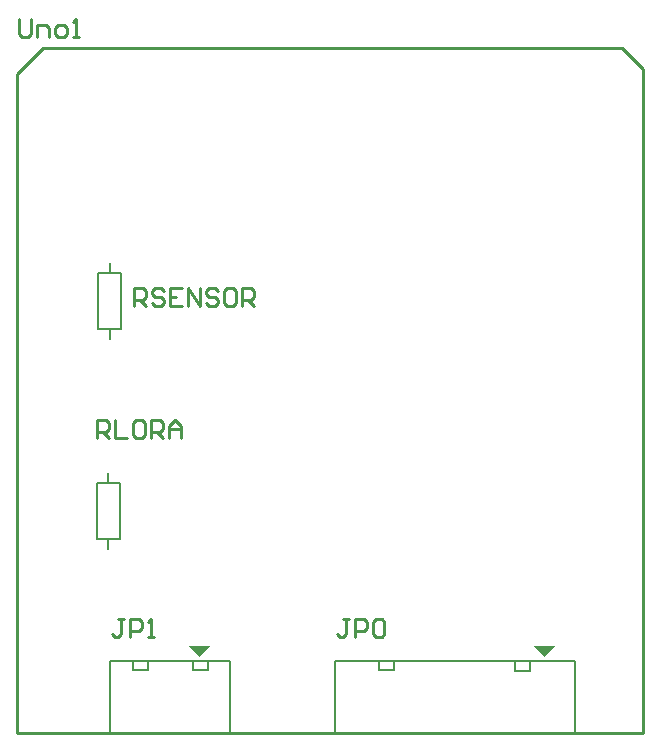
<source format=gto>
G04 Layer_Color=65535*
%FSTAX24Y24*%
%MOIN*%
G70*
G01*
G75*
%ADD18C,0.0070*%
%ADD19C,0.0100*%
G36*
X040945Y023835D02*
Y023845D01*
X040595Y024195D01*
X041305D01*
X040945Y023835D01*
D02*
G37*
G36*
X052445Y023838D02*
Y023848D01*
X052095Y024198D01*
X052805D01*
X052445Y023838D01*
D02*
G37*
D18*
X03795Y03662D02*
Y03697D01*
X03833Y03477D02*
Y03662D01*
X03795Y03443D02*
Y03477D01*
X03757D02*
Y03662D01*
Y03477D02*
X03833D01*
X03757Y03662D02*
X03833D01*
X04545Y021303D02*
Y022703D01*
X05345Y021303D02*
Y023703D01*
X04545D02*
X05345D01*
X04545Y022703D02*
Y023703D01*
Y021303D02*
X05345D01*
X05196Y023383D02*
Y023683D01*
X05146Y023383D02*
X05196D01*
X05146D02*
Y023683D01*
X04744Y023393D02*
Y023693D01*
X04694Y023393D02*
X04744D01*
X04694D02*
Y023693D01*
X03795Y0213D02*
X04195D01*
X03795Y0227D02*
Y0237D01*
X04195D01*
Y0213D02*
Y0237D01*
X03795Y0213D02*
Y0227D01*
X04123Y02339D02*
Y02369D01*
X04073Y02339D02*
X04123D01*
X04073D02*
Y02369D01*
X03924Y0234D02*
Y0237D01*
X03874Y0234D02*
X03924D01*
X03874D02*
Y0237D01*
X0379Y02962D02*
Y02997D01*
X03828Y02777D02*
Y02962D01*
X0379Y02743D02*
Y02777D01*
X03752D02*
Y02962D01*
Y02777D02*
X03828D01*
X03752Y02962D02*
X03828D01*
D19*
X048017Y04415D02*
X055024D01*
X055733Y021315D02*
Y043441D01*
X055024Y04415D02*
X055733Y043441D01*
X034867Y021315D02*
X055733D01*
X034867D02*
Y043284D01*
X035733Y04415D01*
X048017D01*
X03875Y03555D02*
Y03615D01*
X03905D01*
X03915Y03605D01*
Y03585D01*
X03905Y03575D01*
X03875D01*
X03895D02*
X03915Y03555D01*
X03975Y03605D02*
X03965Y03615D01*
X03945D01*
X03935Y03605D01*
Y03595D01*
X03945Y03585D01*
X03965D01*
X03975Y03575D01*
Y03565D01*
X03965Y03555D01*
X03945D01*
X03935Y03565D01*
X040349Y03615D02*
X03995D01*
Y03555D01*
X040349D01*
X03995Y03585D02*
X04015D01*
X040549Y03555D02*
Y03615D01*
X040949Y03555D01*
Y03615D01*
X041549Y03605D02*
X041449Y03615D01*
X041249D01*
X041149Y03605D01*
Y03595D01*
X041249Y03585D01*
X041449D01*
X041549Y03575D01*
Y03565D01*
X041449Y03555D01*
X041249D01*
X041149Y03565D01*
X042049Y03615D02*
X041849D01*
X041749Y03605D01*
Y03565D01*
X041849Y03555D01*
X042049D01*
X042149Y03565D01*
Y03605D01*
X042049Y03615D01*
X042349Y03555D02*
Y03615D01*
X042649D01*
X042749Y03605D01*
Y03585D01*
X042649Y03575D01*
X042349D01*
X042549D02*
X042749Y03555D01*
X03492Y045097D02*
Y044597D01*
X03502Y044497D01*
X03522D01*
X03532Y044597D01*
Y045097D01*
X03552Y044497D02*
Y044897D01*
X03582D01*
X03592Y044797D01*
Y044497D01*
X03622D02*
X03642D01*
X036519Y044597D01*
Y044797D01*
X03642Y044897D01*
X03622D01*
X03612Y044797D01*
Y044597D01*
X03622Y044497D01*
X036719D02*
X036919D01*
X036819D01*
Y045097D01*
X036719Y044997D01*
X04591Y025093D02*
X04571D01*
X04581D01*
Y024593D01*
X04571Y024493D01*
X04561D01*
X04551Y024593D01*
X04611Y024493D02*
Y025093D01*
X04641D01*
X04651Y024993D01*
Y024793D01*
X04641Y024693D01*
X04611D01*
X04671Y024993D02*
X04681Y025093D01*
X04701D01*
X047109Y024993D01*
Y024593D01*
X04701Y024493D01*
X04681D01*
X04671Y024593D01*
Y024993D01*
X03841Y02509D02*
X03821D01*
X03831D01*
Y02459D01*
X03821Y02449D01*
X03811D01*
X03801Y02459D01*
X03861Y02449D02*
Y02509D01*
X03891D01*
X03901Y02499D01*
Y02479D01*
X03891Y02469D01*
X03861D01*
X03921Y02449D02*
X03941D01*
X03931D01*
Y02509D01*
X03921Y02499D01*
X03753Y03115D02*
Y03175D01*
X03783D01*
X03793Y03165D01*
Y03145D01*
X03783Y03135D01*
X03753D01*
X03773D02*
X03793Y03115D01*
X03813Y03175D02*
Y03115D01*
X03853D01*
X03903Y03175D02*
X03883D01*
X03873Y03165D01*
Y03125D01*
X03883Y03115D01*
X03903D01*
X039129Y03125D01*
Y03165D01*
X03903Y03175D01*
X039329Y03115D02*
Y03175D01*
X039629D01*
X039729Y03165D01*
Y03145D01*
X039629Y03135D01*
X039329D01*
X039529D02*
X039729Y03115D01*
X039929D02*
Y03155D01*
X040129Y03175D01*
X040329Y03155D01*
Y03115D01*
Y03145D01*
X039929D01*
M02*

</source>
